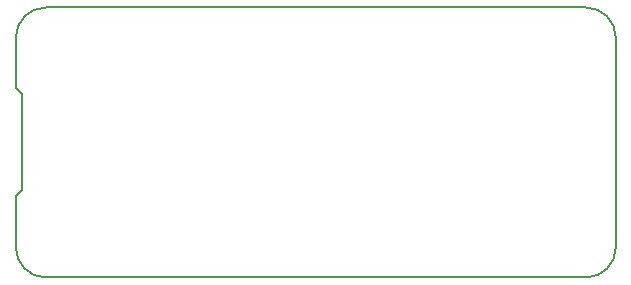
<source format=gbr>
%TF.GenerationSoftware,Altium Limited,Altium Designer,20.1.11 (218)*%
G04 Layer_Color=16711935*
%FSLAX26Y26*%
%MOIN*%
%TF.SameCoordinates,3C5C7FA7-1F59-4671-A418-6E2A2DAA0BFA*%
%TF.FilePolarity,Positive*%
%TF.FileFunction,Other,OUTLINE*%
%TF.Part,Single*%
G01*
G75*
%TA.AperFunction,NonConductor*%
%ADD64C,0.005000*%
D64*
X2000000Y800000D02*
G03*
X1900000Y900000I-100000J0D01*
G01*
Y0D02*
G03*
X2000000Y100000I0J100000D01*
G01*
X0D02*
G03*
X100000Y0I100000J0D01*
G01*
Y900000D02*
G03*
X0Y800000I0J-100000D01*
G01*
Y270000D02*
X20000Y290000D01*
X0Y630000D02*
X20000Y610000D01*
Y290000D02*
Y610000D01*
X0Y630000D02*
Y800000D01*
Y100000D02*
Y270000D01*
X2000000Y100000D02*
Y800000D01*
X100000Y0D02*
X1900000D01*
X100000Y900000D02*
X1900000D01*
%TF.MD5,05a477bebcc487fc5d511234e39a8e0d*%
M02*

</source>
